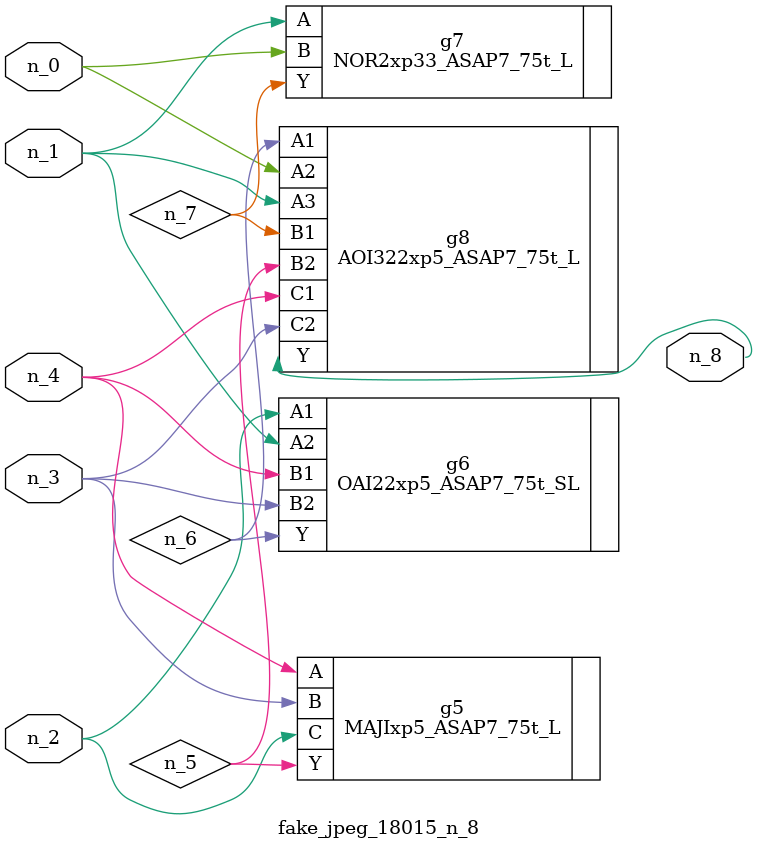
<source format=v>
module fake_jpeg_18015_n_8 (n_3, n_2, n_1, n_0, n_4, n_8);

input n_3;
input n_2;
input n_1;
input n_0;
input n_4;

output n_8;

wire n_6;
wire n_5;
wire n_7;

MAJIxp5_ASAP7_75t_L g5 ( 
.A(n_4),
.B(n_3),
.C(n_2),
.Y(n_5)
);

OAI22xp5_ASAP7_75t_SL g6 ( 
.A1(n_2),
.A2(n_1),
.B1(n_4),
.B2(n_3),
.Y(n_6)
);

NOR2xp33_ASAP7_75t_L g7 ( 
.A(n_1),
.B(n_0),
.Y(n_7)
);

AOI322xp5_ASAP7_75t_L g8 ( 
.A1(n_6),
.A2(n_0),
.A3(n_1),
.B1(n_7),
.B2(n_5),
.C1(n_4),
.C2(n_3),
.Y(n_8)
);


endmodule
</source>
